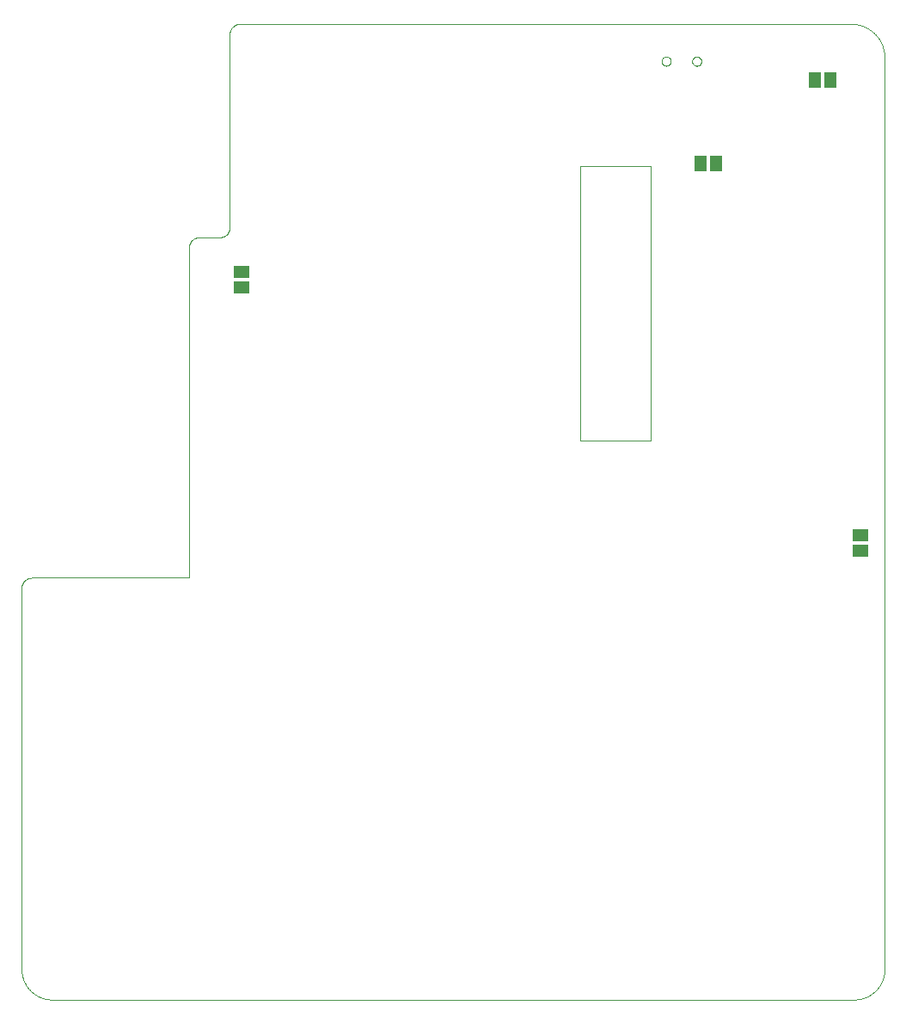
<source format=gtp>
G75*
%MOIN*%
%OFA0B0*%
%FSLAX25Y25*%
%IPPOS*%
%LPD*%
%AMOC8*
5,1,8,0,0,1.08239X$1,22.5*
%
%ADD10C,0.00000*%
%ADD11R,0.06300X0.04600*%
%ADD12R,0.04600X0.06300*%
D10*
X0013311Y0001500D02*
X0324335Y0001500D01*
X0324620Y0001503D01*
X0324906Y0001514D01*
X0325191Y0001531D01*
X0325475Y0001555D01*
X0325759Y0001586D01*
X0326042Y0001624D01*
X0326323Y0001669D01*
X0326604Y0001720D01*
X0326884Y0001778D01*
X0327162Y0001843D01*
X0327438Y0001915D01*
X0327712Y0001993D01*
X0327985Y0002078D01*
X0328255Y0002170D01*
X0328523Y0002268D01*
X0328789Y0002372D01*
X0329052Y0002483D01*
X0329312Y0002600D01*
X0329570Y0002723D01*
X0329824Y0002853D01*
X0330075Y0002989D01*
X0330323Y0003130D01*
X0330567Y0003278D01*
X0330808Y0003431D01*
X0331044Y0003591D01*
X0331277Y0003756D01*
X0331506Y0003926D01*
X0331731Y0004102D01*
X0331951Y0004284D01*
X0332167Y0004470D01*
X0332378Y0004662D01*
X0332585Y0004859D01*
X0332787Y0005061D01*
X0332984Y0005268D01*
X0333176Y0005479D01*
X0333362Y0005695D01*
X0333544Y0005915D01*
X0333720Y0006140D01*
X0333890Y0006369D01*
X0334055Y0006602D01*
X0334215Y0006838D01*
X0334368Y0007079D01*
X0334516Y0007323D01*
X0334657Y0007571D01*
X0334793Y0007822D01*
X0334923Y0008076D01*
X0335046Y0008334D01*
X0335163Y0008594D01*
X0335274Y0008857D01*
X0335378Y0009123D01*
X0335476Y0009391D01*
X0335568Y0009661D01*
X0335653Y0009934D01*
X0335731Y0010208D01*
X0335803Y0010484D01*
X0335868Y0010762D01*
X0335926Y0011042D01*
X0335977Y0011323D01*
X0336022Y0011604D01*
X0336060Y0011887D01*
X0336091Y0012171D01*
X0336115Y0012455D01*
X0336132Y0012740D01*
X0336143Y0013026D01*
X0336146Y0013311D01*
X0336146Y0366461D01*
X0336142Y0366775D01*
X0336131Y0367089D01*
X0336112Y0367402D01*
X0336085Y0367715D01*
X0336051Y0368027D01*
X0336010Y0368338D01*
X0335961Y0368648D01*
X0335904Y0368957D01*
X0335840Y0369264D01*
X0335768Y0369570D01*
X0335690Y0369874D01*
X0335604Y0370176D01*
X0335510Y0370476D01*
X0335410Y0370773D01*
X0335302Y0371068D01*
X0335187Y0371360D01*
X0335065Y0371650D01*
X0334936Y0371936D01*
X0334800Y0372219D01*
X0334658Y0372499D01*
X0334509Y0372775D01*
X0334353Y0373047D01*
X0334190Y0373316D01*
X0334021Y0373581D01*
X0333846Y0373841D01*
X0333665Y0374098D01*
X0333477Y0374349D01*
X0333284Y0374596D01*
X0333084Y0374839D01*
X0332879Y0375076D01*
X0332668Y0375309D01*
X0332451Y0375536D01*
X0332229Y0375758D01*
X0332002Y0375975D01*
X0331769Y0376186D01*
X0331532Y0376391D01*
X0331289Y0376591D01*
X0331042Y0376784D01*
X0330791Y0376972D01*
X0330534Y0377153D01*
X0330274Y0377328D01*
X0330009Y0377497D01*
X0329740Y0377660D01*
X0329468Y0377816D01*
X0329192Y0377965D01*
X0328912Y0378107D01*
X0328629Y0378243D01*
X0328343Y0378372D01*
X0328053Y0378494D01*
X0327761Y0378609D01*
X0327466Y0378717D01*
X0327169Y0378817D01*
X0326869Y0378911D01*
X0326567Y0378997D01*
X0326263Y0379075D01*
X0325957Y0379147D01*
X0325650Y0379211D01*
X0325341Y0379268D01*
X0325031Y0379317D01*
X0324720Y0379358D01*
X0324408Y0379392D01*
X0324095Y0379419D01*
X0323782Y0379438D01*
X0323468Y0379449D01*
X0323154Y0379453D01*
X0086151Y0379453D01*
X0086027Y0379451D01*
X0085903Y0379445D01*
X0085780Y0379436D01*
X0085657Y0379422D01*
X0085534Y0379404D01*
X0085412Y0379383D01*
X0085291Y0379358D01*
X0085171Y0379329D01*
X0085051Y0379296D01*
X0084933Y0379260D01*
X0084816Y0379220D01*
X0084700Y0379176D01*
X0084585Y0379129D01*
X0084473Y0379078D01*
X0084361Y0379023D01*
X0084252Y0378965D01*
X0084144Y0378904D01*
X0084039Y0378839D01*
X0083935Y0378771D01*
X0083834Y0378700D01*
X0083735Y0378626D01*
X0083638Y0378548D01*
X0083544Y0378468D01*
X0083453Y0378385D01*
X0083364Y0378298D01*
X0083277Y0378209D01*
X0083194Y0378118D01*
X0083114Y0378024D01*
X0083036Y0377927D01*
X0082962Y0377828D01*
X0082891Y0377727D01*
X0082823Y0377623D01*
X0082758Y0377518D01*
X0082697Y0377410D01*
X0082639Y0377301D01*
X0082584Y0377189D01*
X0082533Y0377077D01*
X0082486Y0376962D01*
X0082442Y0376846D01*
X0082402Y0376729D01*
X0082366Y0376611D01*
X0082333Y0376491D01*
X0082304Y0376371D01*
X0082279Y0376250D01*
X0082258Y0376128D01*
X0082240Y0376005D01*
X0082226Y0375882D01*
X0082217Y0375759D01*
X0082211Y0375635D01*
X0082209Y0375511D01*
X0082209Y0300713D01*
X0082207Y0300589D01*
X0082201Y0300466D01*
X0082192Y0300342D01*
X0082178Y0300220D01*
X0082161Y0300097D01*
X0082139Y0299975D01*
X0082114Y0299854D01*
X0082085Y0299734D01*
X0082053Y0299615D01*
X0082016Y0299496D01*
X0081976Y0299379D01*
X0081933Y0299264D01*
X0081885Y0299149D01*
X0081834Y0299037D01*
X0081780Y0298926D01*
X0081722Y0298816D01*
X0081661Y0298709D01*
X0081596Y0298603D01*
X0081528Y0298500D01*
X0081457Y0298399D01*
X0081383Y0298300D01*
X0081306Y0298203D01*
X0081225Y0298109D01*
X0081142Y0298018D01*
X0081056Y0297929D01*
X0080967Y0297843D01*
X0080876Y0297760D01*
X0080782Y0297679D01*
X0080685Y0297602D01*
X0080586Y0297528D01*
X0080485Y0297457D01*
X0080382Y0297389D01*
X0080276Y0297324D01*
X0080169Y0297263D01*
X0080059Y0297205D01*
X0079948Y0297151D01*
X0079836Y0297100D01*
X0079721Y0297052D01*
X0079606Y0297009D01*
X0079489Y0296969D01*
X0079370Y0296932D01*
X0079251Y0296900D01*
X0079131Y0296871D01*
X0079010Y0296846D01*
X0078888Y0296824D01*
X0078765Y0296807D01*
X0078643Y0296793D01*
X0078519Y0296784D01*
X0078396Y0296778D01*
X0078272Y0296776D01*
X0070403Y0296776D01*
X0070279Y0296774D01*
X0070155Y0296768D01*
X0070032Y0296759D01*
X0069909Y0296745D01*
X0069786Y0296727D01*
X0069664Y0296706D01*
X0069543Y0296681D01*
X0069423Y0296652D01*
X0069303Y0296619D01*
X0069185Y0296583D01*
X0069068Y0296543D01*
X0068952Y0296499D01*
X0068837Y0296452D01*
X0068725Y0296401D01*
X0068613Y0296346D01*
X0068504Y0296288D01*
X0068396Y0296227D01*
X0068291Y0296162D01*
X0068187Y0296094D01*
X0068086Y0296023D01*
X0067987Y0295949D01*
X0067890Y0295871D01*
X0067796Y0295791D01*
X0067705Y0295708D01*
X0067616Y0295621D01*
X0067529Y0295532D01*
X0067446Y0295441D01*
X0067366Y0295347D01*
X0067288Y0295250D01*
X0067214Y0295151D01*
X0067143Y0295050D01*
X0067075Y0294946D01*
X0067010Y0294841D01*
X0066949Y0294733D01*
X0066891Y0294624D01*
X0066836Y0294512D01*
X0066785Y0294400D01*
X0066738Y0294285D01*
X0066694Y0294169D01*
X0066654Y0294052D01*
X0066618Y0293934D01*
X0066585Y0293814D01*
X0066556Y0293694D01*
X0066531Y0293573D01*
X0066510Y0293451D01*
X0066492Y0293328D01*
X0066478Y0293205D01*
X0066469Y0293082D01*
X0066463Y0292958D01*
X0066461Y0292834D01*
X0066461Y0164886D01*
X0005442Y0164886D01*
X0005318Y0164884D01*
X0005194Y0164878D01*
X0005071Y0164869D01*
X0004948Y0164855D01*
X0004825Y0164837D01*
X0004703Y0164816D01*
X0004582Y0164791D01*
X0004462Y0164762D01*
X0004342Y0164729D01*
X0004224Y0164693D01*
X0004107Y0164653D01*
X0003991Y0164609D01*
X0003876Y0164562D01*
X0003764Y0164511D01*
X0003652Y0164456D01*
X0003543Y0164398D01*
X0003435Y0164337D01*
X0003330Y0164272D01*
X0003226Y0164204D01*
X0003125Y0164133D01*
X0003026Y0164059D01*
X0002929Y0163981D01*
X0002835Y0163901D01*
X0002744Y0163818D01*
X0002655Y0163731D01*
X0002568Y0163642D01*
X0002485Y0163551D01*
X0002405Y0163457D01*
X0002327Y0163360D01*
X0002253Y0163261D01*
X0002182Y0163160D01*
X0002114Y0163056D01*
X0002049Y0162951D01*
X0001988Y0162843D01*
X0001930Y0162734D01*
X0001875Y0162622D01*
X0001824Y0162510D01*
X0001777Y0162395D01*
X0001733Y0162279D01*
X0001693Y0162162D01*
X0001657Y0162044D01*
X0001624Y0161924D01*
X0001595Y0161804D01*
X0001570Y0161683D01*
X0001549Y0161561D01*
X0001531Y0161438D01*
X0001517Y0161315D01*
X0001508Y0161192D01*
X0001502Y0161068D01*
X0001500Y0160944D01*
X0001500Y0013311D01*
X0001503Y0013026D01*
X0001514Y0012740D01*
X0001531Y0012455D01*
X0001555Y0012171D01*
X0001586Y0011887D01*
X0001624Y0011604D01*
X0001669Y0011323D01*
X0001720Y0011042D01*
X0001778Y0010762D01*
X0001843Y0010484D01*
X0001915Y0010208D01*
X0001993Y0009934D01*
X0002078Y0009661D01*
X0002170Y0009391D01*
X0002268Y0009123D01*
X0002372Y0008857D01*
X0002483Y0008594D01*
X0002600Y0008334D01*
X0002723Y0008076D01*
X0002853Y0007822D01*
X0002989Y0007571D01*
X0003130Y0007323D01*
X0003278Y0007079D01*
X0003431Y0006838D01*
X0003591Y0006602D01*
X0003756Y0006369D01*
X0003926Y0006140D01*
X0004102Y0005915D01*
X0004284Y0005695D01*
X0004470Y0005479D01*
X0004662Y0005268D01*
X0004859Y0005061D01*
X0005061Y0004859D01*
X0005268Y0004662D01*
X0005479Y0004470D01*
X0005695Y0004284D01*
X0005915Y0004102D01*
X0006140Y0003926D01*
X0006369Y0003756D01*
X0006602Y0003591D01*
X0006838Y0003431D01*
X0007079Y0003278D01*
X0007323Y0003130D01*
X0007571Y0002989D01*
X0007822Y0002853D01*
X0008076Y0002723D01*
X0008334Y0002600D01*
X0008594Y0002483D01*
X0008857Y0002372D01*
X0009123Y0002268D01*
X0009391Y0002170D01*
X0009661Y0002078D01*
X0009934Y0001993D01*
X0010208Y0001915D01*
X0010484Y0001843D01*
X0010762Y0001778D01*
X0011042Y0001720D01*
X0011323Y0001669D01*
X0011604Y0001624D01*
X0011887Y0001586D01*
X0012171Y0001555D01*
X0012455Y0001531D01*
X0012740Y0001514D01*
X0013026Y0001503D01*
X0013311Y0001500D01*
X0218035Y0218036D02*
X0218035Y0324532D01*
X0245594Y0324532D01*
X0245594Y0218036D01*
X0218035Y0218036D01*
X0249728Y0364985D02*
X0249730Y0365069D01*
X0249736Y0365152D01*
X0249746Y0365235D01*
X0249760Y0365318D01*
X0249777Y0365400D01*
X0249799Y0365481D01*
X0249824Y0365560D01*
X0249853Y0365639D01*
X0249886Y0365716D01*
X0249922Y0365791D01*
X0249962Y0365865D01*
X0250005Y0365937D01*
X0250052Y0366006D01*
X0250102Y0366073D01*
X0250155Y0366138D01*
X0250211Y0366200D01*
X0250269Y0366260D01*
X0250331Y0366317D01*
X0250395Y0366370D01*
X0250462Y0366421D01*
X0250531Y0366468D01*
X0250602Y0366513D01*
X0250675Y0366553D01*
X0250750Y0366590D01*
X0250827Y0366624D01*
X0250905Y0366654D01*
X0250984Y0366680D01*
X0251065Y0366703D01*
X0251147Y0366721D01*
X0251229Y0366736D01*
X0251312Y0366747D01*
X0251395Y0366754D01*
X0251479Y0366757D01*
X0251563Y0366756D01*
X0251646Y0366751D01*
X0251730Y0366742D01*
X0251812Y0366729D01*
X0251894Y0366713D01*
X0251975Y0366692D01*
X0252056Y0366668D01*
X0252134Y0366640D01*
X0252212Y0366608D01*
X0252288Y0366572D01*
X0252362Y0366533D01*
X0252434Y0366491D01*
X0252504Y0366445D01*
X0252572Y0366396D01*
X0252637Y0366344D01*
X0252700Y0366289D01*
X0252760Y0366231D01*
X0252818Y0366170D01*
X0252872Y0366106D01*
X0252924Y0366040D01*
X0252972Y0365972D01*
X0253017Y0365901D01*
X0253058Y0365828D01*
X0253097Y0365754D01*
X0253131Y0365678D01*
X0253162Y0365600D01*
X0253189Y0365521D01*
X0253213Y0365440D01*
X0253232Y0365359D01*
X0253248Y0365277D01*
X0253260Y0365194D01*
X0253268Y0365110D01*
X0253272Y0365027D01*
X0253272Y0364943D01*
X0253268Y0364860D01*
X0253260Y0364776D01*
X0253248Y0364693D01*
X0253232Y0364611D01*
X0253213Y0364530D01*
X0253189Y0364449D01*
X0253162Y0364370D01*
X0253131Y0364292D01*
X0253097Y0364216D01*
X0253058Y0364142D01*
X0253017Y0364069D01*
X0252972Y0363998D01*
X0252924Y0363930D01*
X0252872Y0363864D01*
X0252818Y0363800D01*
X0252760Y0363739D01*
X0252700Y0363681D01*
X0252637Y0363626D01*
X0252572Y0363574D01*
X0252504Y0363525D01*
X0252434Y0363479D01*
X0252362Y0363437D01*
X0252288Y0363398D01*
X0252212Y0363362D01*
X0252134Y0363330D01*
X0252056Y0363302D01*
X0251975Y0363278D01*
X0251894Y0363257D01*
X0251812Y0363241D01*
X0251730Y0363228D01*
X0251646Y0363219D01*
X0251563Y0363214D01*
X0251479Y0363213D01*
X0251395Y0363216D01*
X0251312Y0363223D01*
X0251229Y0363234D01*
X0251147Y0363249D01*
X0251065Y0363267D01*
X0250984Y0363290D01*
X0250905Y0363316D01*
X0250827Y0363346D01*
X0250750Y0363380D01*
X0250675Y0363417D01*
X0250602Y0363457D01*
X0250531Y0363502D01*
X0250462Y0363549D01*
X0250395Y0363600D01*
X0250331Y0363653D01*
X0250269Y0363710D01*
X0250211Y0363770D01*
X0250155Y0363832D01*
X0250102Y0363897D01*
X0250052Y0363964D01*
X0250005Y0364033D01*
X0249962Y0364105D01*
X0249922Y0364179D01*
X0249886Y0364254D01*
X0249853Y0364331D01*
X0249824Y0364410D01*
X0249799Y0364489D01*
X0249777Y0364570D01*
X0249760Y0364652D01*
X0249746Y0364735D01*
X0249736Y0364818D01*
X0249730Y0364901D01*
X0249728Y0364985D01*
X0261539Y0364985D02*
X0261541Y0365069D01*
X0261547Y0365152D01*
X0261557Y0365235D01*
X0261571Y0365318D01*
X0261588Y0365400D01*
X0261610Y0365481D01*
X0261635Y0365560D01*
X0261664Y0365639D01*
X0261697Y0365716D01*
X0261733Y0365791D01*
X0261773Y0365865D01*
X0261816Y0365937D01*
X0261863Y0366006D01*
X0261913Y0366073D01*
X0261966Y0366138D01*
X0262022Y0366200D01*
X0262080Y0366260D01*
X0262142Y0366317D01*
X0262206Y0366370D01*
X0262273Y0366421D01*
X0262342Y0366468D01*
X0262413Y0366513D01*
X0262486Y0366553D01*
X0262561Y0366590D01*
X0262638Y0366624D01*
X0262716Y0366654D01*
X0262795Y0366680D01*
X0262876Y0366703D01*
X0262958Y0366721D01*
X0263040Y0366736D01*
X0263123Y0366747D01*
X0263206Y0366754D01*
X0263290Y0366757D01*
X0263374Y0366756D01*
X0263457Y0366751D01*
X0263541Y0366742D01*
X0263623Y0366729D01*
X0263705Y0366713D01*
X0263786Y0366692D01*
X0263867Y0366668D01*
X0263945Y0366640D01*
X0264023Y0366608D01*
X0264099Y0366572D01*
X0264173Y0366533D01*
X0264245Y0366491D01*
X0264315Y0366445D01*
X0264383Y0366396D01*
X0264448Y0366344D01*
X0264511Y0366289D01*
X0264571Y0366231D01*
X0264629Y0366170D01*
X0264683Y0366106D01*
X0264735Y0366040D01*
X0264783Y0365972D01*
X0264828Y0365901D01*
X0264869Y0365828D01*
X0264908Y0365754D01*
X0264942Y0365678D01*
X0264973Y0365600D01*
X0265000Y0365521D01*
X0265024Y0365440D01*
X0265043Y0365359D01*
X0265059Y0365277D01*
X0265071Y0365194D01*
X0265079Y0365110D01*
X0265083Y0365027D01*
X0265083Y0364943D01*
X0265079Y0364860D01*
X0265071Y0364776D01*
X0265059Y0364693D01*
X0265043Y0364611D01*
X0265024Y0364530D01*
X0265000Y0364449D01*
X0264973Y0364370D01*
X0264942Y0364292D01*
X0264908Y0364216D01*
X0264869Y0364142D01*
X0264828Y0364069D01*
X0264783Y0363998D01*
X0264735Y0363930D01*
X0264683Y0363864D01*
X0264629Y0363800D01*
X0264571Y0363739D01*
X0264511Y0363681D01*
X0264448Y0363626D01*
X0264383Y0363574D01*
X0264315Y0363525D01*
X0264245Y0363479D01*
X0264173Y0363437D01*
X0264099Y0363398D01*
X0264023Y0363362D01*
X0263945Y0363330D01*
X0263867Y0363302D01*
X0263786Y0363278D01*
X0263705Y0363257D01*
X0263623Y0363241D01*
X0263541Y0363228D01*
X0263457Y0363219D01*
X0263374Y0363214D01*
X0263290Y0363213D01*
X0263206Y0363216D01*
X0263123Y0363223D01*
X0263040Y0363234D01*
X0262958Y0363249D01*
X0262876Y0363267D01*
X0262795Y0363290D01*
X0262716Y0363316D01*
X0262638Y0363346D01*
X0262561Y0363380D01*
X0262486Y0363417D01*
X0262413Y0363457D01*
X0262342Y0363502D01*
X0262273Y0363549D01*
X0262206Y0363600D01*
X0262142Y0363653D01*
X0262080Y0363710D01*
X0262022Y0363770D01*
X0261966Y0363832D01*
X0261913Y0363897D01*
X0261863Y0363964D01*
X0261816Y0364033D01*
X0261773Y0364105D01*
X0261733Y0364179D01*
X0261697Y0364254D01*
X0261664Y0364331D01*
X0261635Y0364410D01*
X0261610Y0364489D01*
X0261588Y0364570D01*
X0261571Y0364652D01*
X0261557Y0364735D01*
X0261547Y0364818D01*
X0261541Y0364901D01*
X0261539Y0364985D01*
D11*
X0326894Y0181272D03*
X0326894Y0175272D03*
X0086736Y0277339D03*
X0086736Y0283339D03*
D12*
X0264740Y0325221D03*
X0270740Y0325221D03*
X0309228Y0357603D03*
X0315228Y0357603D03*
M02*

</source>
